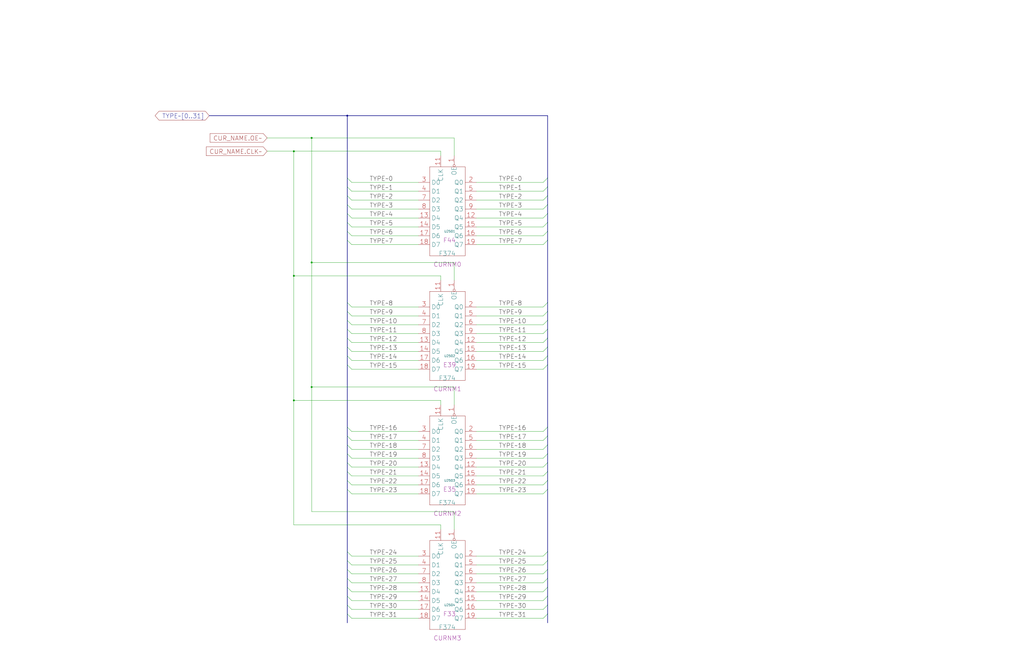
<source format=kicad_sch>
(kicad_sch (version 20250114) (generator "eeschema") (generator_version "9.0")
  (paper "User" 584.2 378.46)
  (title_block (title "CURRENT CONTROL STACK NAME") (date "22-MAY-90") (rev "1.0") (comment 1 "SEQUENCER") (comment 2 "232-003064") (comment 3 "S400") (comment 4 "RELEASED"))
  (lib_symbols
    (symbol "r1000:F374" (pin_names (offset 1.016))
      (property "Reference" "U" (at 2.54 5.08 0))
      (property "Value" "F374" (at -3.81 -7.62 0))
      (property "Location" "___" (at -1.27 0 0))
      (property "Name" "______" (at 1.27 -15.24 0))
      (symbol "F374_1_1"
        (rectangle (start -8.89 41.91) (end 11.43 -8.89))
        (circle (center 5.08 42.545) (radius 0.635))
        (pin input line (at -15.24 33.02 0) (length 6.35) (name "D0") (number "3"))
        (pin input line (at -15.24 27.94 0) (length 6.35) (name "D1") (number "4"))
        (pin input line (at -15.24 22.86 0) (length 6.35) (name "D2") (number "7"))
        (pin input line (at -15.24 17.78 0) (length 6.35) (name "D3") (number "8"))
        (pin input line (at -15.24 12.7 0) (length 6.35) (name "D4") (number "13"))
        (pin input line (at -15.24 7.62 0) (length 6.35) (name "D5") (number "14"))
        (pin input line (at -15.24 2.54 0) (length 6.35) (name "D6") (number "17"))
        (pin input line (at -15.24 -2.54 0) (length 6.35) (name "D7") (number "18"))
        (pin input line (at -2.54 48.26 270) (length 6.35) (name "CLK") (number "11"))
        (pin input line (at 5.08 48.26 270) (length 5.08) (name "OE") (number "1"))
        (pin tri_state line (at 17.78 33.02 180) (length 6.35) (name "Q0") (number "2"))
        (pin tri_state line (at 17.78 27.94 180) (length 6.35) (name "Q1") (number "5"))
        (pin tri_state line (at 17.78 22.86 180) (length 6.35) (name "Q2") (number "6"))
        (pin tri_state line (at 17.78 17.78 180) (length 6.35) (name "Q3") (number "9"))
        (pin tri_state line (at 17.78 12.7 180) (length 6.35) (name "Q4") (number "12"))
        (pin tri_state line (at 17.78 7.62 180) (length 6.35) (name "Q5") (number "15"))
        (pin tri_state line (at 17.78 2.54 180) (length 6.35) (name "Q6") (number "16"))
        (pin tri_state line (at 17.78 -2.54 180) (length 6.35) (name "Q7") (number "19"))
      )
    )
  )
  (junction (at 177.8 78.74))
  (junction (at 177.8 149.86))
  (junction (at 167.64 228.6))
  (junction (at 198.12 66.04))
  (junction (at 167.64 86.36))
  (junction (at 177.8 220.98))
  (junction (at 167.64 157.48))
  (bus_entry (at 312.42 340.36) (size -2.54 2.54))
  (bus_entry (at 198.12 203.2) (size 2.54 2.54))
  (bus_entry (at 198.12 274.32) (size 2.54 2.54))
  (bus_entry (at 312.42 320.04) (size -2.54 2.54))
  (bus_entry (at 312.42 264.16) (size -2.54 2.54))
  (bus_entry (at 312.42 198.12) (size -2.54 2.54))
  (bus_entry (at 312.42 121.92) (size -2.54 2.54))
  (bus_entry (at 198.12 264.16) (size 2.54 2.54))
  (bus_entry (at 198.12 187.96) (size 2.54 2.54))
  (bus_entry (at 312.42 177.8) (size -2.54 2.54))
  (bus_entry (at 312.42 101.6) (size -2.54 2.54))
  (bus_entry (at 198.12 172.72) (size 2.54 2.54))
  (bus_entry (at 312.42 106.68) (size -2.54 2.54))
  (bus_entry (at 198.12 177.8) (size 2.54 2.54))
  (bus_entry (at 312.42 254) (size -2.54 2.54))
  (bus_entry (at 198.12 335.28) (size 2.54 2.54))
  (bus_entry (at 312.42 137.16) (size -2.54 2.54))
  (bus_entry (at 198.12 208.28) (size 2.54 2.54))
  (bus_entry (at 312.42 182.88) (size -2.54 2.54))
  (bus_entry (at 198.12 340.36) (size 2.54 2.54))
  (bus_entry (at 198.12 269.24) (size 2.54 2.54))
  (bus_entry (at 312.42 248.92) (size -2.54 2.54))
  (bus_entry (at 312.42 132.08) (size -2.54 2.54))
  (bus_entry (at 198.12 127) (size 2.54 2.54))
  (bus_entry (at 198.12 182.88) (size 2.54 2.54))
  (bus_entry (at 198.12 325.12) (size 2.54 2.54))
  (bus_entry (at 198.12 350.52) (size 2.54 2.54))
  (bus_entry (at 312.42 193.04) (size -2.54 2.54))
  (bus_entry (at 198.12 132.08) (size 2.54 2.54))
  (bus_entry (at 198.12 243.84) (size 2.54 2.54))
  (bus_entry (at 312.42 243.84) (size -2.54 2.54))
  (bus_entry (at 312.42 172.72) (size -2.54 2.54))
  (bus_entry (at 312.42 279.4) (size -2.54 2.54))
  (bus_entry (at 198.12 279.4) (size 2.54 2.54))
  (bus_entry (at 312.42 187.96) (size -2.54 2.54))
  (bus_entry (at 312.42 350.52) (size -2.54 2.54))
  (bus_entry (at 198.12 254) (size 2.54 2.54))
  (bus_entry (at 312.42 269.24) (size -2.54 2.54))
  (bus_entry (at 312.42 111.76) (size -2.54 2.54))
  (bus_entry (at 198.12 111.76) (size 2.54 2.54))
  (bus_entry (at 198.12 101.6) (size 2.54 2.54))
  (bus_entry (at 312.42 314.96) (size -2.54 2.54))
  (bus_entry (at 198.12 345.44) (size 2.54 2.54))
  (bus_entry (at 198.12 193.04) (size 2.54 2.54))
  (bus_entry (at 312.42 274.32) (size -2.54 2.54))
  (bus_entry (at 312.42 203.2) (size -2.54 2.54))
  (bus_entry (at 198.12 320.04) (size 2.54 2.54))
  (bus_entry (at 198.12 106.68) (size 2.54 2.54))
  (bus_entry (at 312.42 208.28) (size -2.54 2.54))
  (bus_entry (at 198.12 314.96) (size 2.54 2.54))
  (bus_entry (at 312.42 116.84) (size -2.54 2.54))
  (bus_entry (at 198.12 330.2) (size 2.54 2.54))
  (bus_entry (at 312.42 335.28) (size -2.54 2.54))
  (bus_entry (at 312.42 330.2) (size -2.54 2.54))
  (bus_entry (at 198.12 137.16) (size 2.54 2.54))
  (bus_entry (at 198.12 116.84) (size 2.54 2.54))
  (bus_entry (at 198.12 259.08) (size 2.54 2.54))
  (bus_entry (at 312.42 325.12) (size -2.54 2.54))
  (bus_entry (at 198.12 121.92) (size 2.54 2.54))
  (bus_entry (at 312.42 345.44) (size -2.54 2.54))
  (bus_entry (at 312.42 127) (size -2.54 2.54))
  (bus_entry (at 198.12 198.12) (size 2.54 2.54))
  (bus_entry (at 312.42 259.08) (size -2.54 2.54))
  (bus_entry (at 198.12 248.92) (size 2.54 2.54))
  (wire (pts (xy 200.66 139.7) (xy 238.76 139.7)))
  (wire (pts (xy 200.66 332.74) (xy 238.76 332.74)))
  (wire (pts (xy 152.4 86.36) (xy 167.64 86.36)))
  (bus (pts (xy 198.12 340.36) (xy 198.12 345.44)))
  (bus (pts (xy 312.42 325.12) (xy 312.42 330.2)))
  (bus (pts (xy 312.42 121.92) (xy 312.42 127)))
  (wire (pts (xy 167.64 86.36) (xy 167.64 157.48)))
  (wire (pts (xy 200.66 134.62) (xy 238.76 134.62)))
  (bus (pts (xy 312.42 193.04) (xy 312.42 198.12)))
  (bus (pts (xy 198.12 106.68) (xy 198.12 111.76)))
  (bus (pts (xy 312.42 116.84) (xy 312.42 121.92)))
  (bus (pts (xy 198.12 269.24) (xy 198.12 274.32)))
  (bus (pts (xy 312.42 254) (xy 312.42 259.08)))
  (bus (pts (xy 198.12 330.2) (xy 198.12 335.28)))
  (bus (pts (xy 312.42 177.8) (xy 312.42 182.88)))
  (wire (pts (xy 200.66 175.26) (xy 238.76 175.26)))
  (wire (pts (xy 200.66 124.46) (xy 238.76 124.46)))
  (wire (pts (xy 259.08 160.02) (xy 259.08 149.86)))
  (wire (pts (xy 167.64 228.6) (xy 251.46 228.6)))
  (bus (pts (xy 312.42 269.24) (xy 312.42 274.32)))
  (wire (pts (xy 200.66 210.82) (xy 238.76 210.82)))
  (wire (pts (xy 271.78 114.3) (xy 309.88 114.3)))
  (wire (pts (xy 271.78 347.98) (xy 309.88 347.98)))
  (bus (pts (xy 312.42 101.6) (xy 312.42 106.68)))
  (bus (pts (xy 198.12 116.84) (xy 198.12 121.92)))
  (wire (pts (xy 271.78 180.34) (xy 309.88 180.34)))
  (bus (pts (xy 198.12 264.16) (xy 198.12 269.24)))
  (bus (pts (xy 312.42 111.76) (xy 312.42 116.84)))
  (wire (pts (xy 200.66 251.46) (xy 238.76 251.46)))
  (wire (pts (xy 271.78 281.94) (xy 309.88 281.94)))
  (wire (pts (xy 167.64 86.36) (xy 251.46 86.36)))
  (wire (pts (xy 200.66 180.34) (xy 238.76 180.34)))
  (bus (pts (xy 312.42 274.32) (xy 312.42 279.4)))
  (wire (pts (xy 200.66 109.22) (xy 238.76 109.22)))
  (bus (pts (xy 312.42 182.88) (xy 312.42 187.96)))
  (bus (pts (xy 312.42 330.2) (xy 312.42 335.28)))
  (bus (pts (xy 312.42 320.04) (xy 312.42 325.12)))
  (bus (pts (xy 198.12 279.4) (xy 198.12 314.96)))
  (wire (pts (xy 259.08 88.9) (xy 259.08 78.74)))
  (bus (pts (xy 198.12 172.72) (xy 198.12 177.8)))
  (wire (pts (xy 177.8 78.74) (xy 177.8 149.86)))
  (wire (pts (xy 271.78 337.82) (xy 309.88 337.82)))
  (wire (pts (xy 259.08 292.1) (xy 177.8 292.1)))
  (bus (pts (xy 312.42 137.16) (xy 312.42 172.72)))
  (bus (pts (xy 198.12 274.32) (xy 198.12 279.4)))
  (wire (pts (xy 167.64 157.48) (xy 167.64 228.6)))
  (wire (pts (xy 251.46 302.26) (xy 251.46 299.72)))
  (wire (pts (xy 200.66 266.7) (xy 238.76 266.7)))
  (wire (pts (xy 177.8 149.86) (xy 177.8 220.98)))
  (bus (pts (xy 198.12 132.08) (xy 198.12 137.16)))
  (wire (pts (xy 271.78 104.14) (xy 309.88 104.14)))
  (bus (pts (xy 312.42 198.12) (xy 312.42 203.2)))
  (wire (pts (xy 271.78 251.46) (xy 309.88 251.46)))
  (wire (pts (xy 271.78 185.42) (xy 309.88 185.42)))
  (bus (pts (xy 312.42 314.96) (xy 312.42 320.04)))
  (bus (pts (xy 198.12 208.28) (xy 198.12 243.84)))
  (wire (pts (xy 200.66 261.62) (xy 238.76 261.62)))
  (bus (pts (xy 198.12 121.92) (xy 198.12 127)))
  (bus (pts (xy 312.42 132.08) (xy 312.42 137.16)))
  (wire (pts (xy 271.78 119.38) (xy 309.88 119.38)))
  (bus (pts (xy 312.42 350.52) (xy 312.42 355.6)))
  (wire (pts (xy 200.66 205.74) (xy 238.76 205.74)))
  (wire (pts (xy 271.78 129.54) (xy 309.88 129.54)))
  (bus (pts (xy 312.42 66.04) (xy 198.12 66.04)))
  (wire (pts (xy 271.78 175.26) (xy 309.88 175.26)))
  (bus (pts (xy 198.12 254) (xy 198.12 259.08)))
  (wire (pts (xy 271.78 139.7) (xy 309.88 139.7)))
  (wire (pts (xy 271.78 210.82) (xy 309.88 210.82)))
  (wire (pts (xy 167.64 157.48) (xy 251.46 157.48)))
  (bus (pts (xy 198.12 325.12) (xy 198.12 330.2)))
  (bus (pts (xy 312.42 340.36) (xy 312.42 345.44)))
  (wire (pts (xy 271.78 195.58) (xy 309.88 195.58)))
  (wire (pts (xy 259.08 220.98) (xy 177.8 220.98)))
  (wire (pts (xy 200.66 104.14) (xy 238.76 104.14)))
  (bus (pts (xy 198.12 182.88) (xy 198.12 187.96)))
  (wire (pts (xy 271.78 353.06) (xy 309.88 353.06)))
  (bus (pts (xy 312.42 345.44) (xy 312.42 350.52)))
  (bus (pts (xy 312.42 243.84) (xy 312.42 248.92)))
  (bus (pts (xy 198.12 248.92) (xy 198.12 254)))
  (bus (pts (xy 312.42 187.96) (xy 312.42 193.04)))
  (wire (pts (xy 271.78 109.22) (xy 309.88 109.22)))
  (wire (pts (xy 200.66 129.54) (xy 238.76 129.54)))
  (bus (pts (xy 198.12 203.2) (xy 198.12 208.28)))
  (bus (pts (xy 312.42 279.4) (xy 312.42 314.96)))
  (wire (pts (xy 251.46 160.02) (xy 251.46 157.48)))
  (wire (pts (xy 271.78 276.86) (xy 309.88 276.86)))
  (wire (pts (xy 200.66 327.66) (xy 238.76 327.66)))
  (bus (pts (xy 312.42 106.68) (xy 312.42 111.76)))
  (wire (pts (xy 271.78 134.62) (xy 309.88 134.62)))
  (wire (pts (xy 271.78 200.66) (xy 309.88 200.66)))
  (wire (pts (xy 200.66 190.5) (xy 238.76 190.5)))
  (bus (pts (xy 312.42 127) (xy 312.42 132.08)))
  (bus (pts (xy 312.42 172.72) (xy 312.42 177.8)))
  (wire (pts (xy 200.66 342.9) (xy 238.76 342.9)))
  (bus (pts (xy 198.12 243.84) (xy 198.12 248.92)))
  (wire (pts (xy 167.64 299.72) (xy 251.46 299.72)))
  (bus (pts (xy 198.12 101.6) (xy 198.12 106.68)))
  (wire (pts (xy 200.66 271.78) (xy 238.76 271.78)))
  (wire (pts (xy 200.66 276.86) (xy 238.76 276.86)))
  (bus (pts (xy 198.12 177.8) (xy 198.12 182.88)))
  (bus (pts (xy 198.12 320.04) (xy 198.12 325.12)))
  (wire (pts (xy 271.78 246.38) (xy 309.88 246.38)))
  (bus (pts (xy 312.42 335.28) (xy 312.42 340.36)))
  (wire (pts (xy 152.4 78.74) (xy 177.8 78.74)))
  (bus (pts (xy 312.42 259.08) (xy 312.42 264.16)))
  (wire (pts (xy 177.8 220.98) (xy 177.8 292.1)))
  (bus (pts (xy 198.12 350.52) (xy 198.12 355.6)))
  (bus (pts (xy 312.42 66.04) (xy 312.42 101.6)))
  (wire (pts (xy 200.66 322.58) (xy 238.76 322.58)))
  (bus (pts (xy 312.42 248.92) (xy 312.42 254)))
  (bus (pts (xy 198.12 187.96) (xy 198.12 193.04)))
  (wire (pts (xy 251.46 231.14) (xy 251.46 228.6)))
  (wire (pts (xy 271.78 327.66) (xy 309.88 327.66)))
  (bus (pts (xy 198.12 111.76) (xy 198.12 116.84)))
  (wire (pts (xy 259.08 149.86) (xy 177.8 149.86)))
  (wire (pts (xy 259.08 78.74) (xy 177.8 78.74)))
  (wire (pts (xy 200.66 256.54) (xy 238.76 256.54)))
  (wire (pts (xy 167.64 228.6) (xy 167.64 299.72)))
  (wire (pts (xy 271.78 317.5) (xy 309.88 317.5)))
  (wire (pts (xy 271.78 261.62) (xy 309.88 261.62)))
  (wire (pts (xy 271.78 332.74) (xy 309.88 332.74)))
  (wire (pts (xy 259.08 231.14) (xy 259.08 220.98)))
  (wire (pts (xy 200.66 195.58) (xy 238.76 195.58)))
  (wire (pts (xy 200.66 347.98) (xy 238.76 347.98)))
  (wire (pts (xy 259.08 302.26) (xy 259.08 292.1)))
  (wire (pts (xy 200.66 353.06) (xy 238.76 353.06)))
  (wire (pts (xy 271.78 271.78) (xy 309.88 271.78)))
  (bus (pts (xy 198.12 137.16) (xy 198.12 172.72)))
  (wire (pts (xy 200.66 119.38) (xy 238.76 119.38)))
  (bus (pts (xy 198.12 127) (xy 198.12 132.08)))
  (bus (pts (xy 198.12 314.96) (xy 198.12 320.04)))
  (wire (pts (xy 271.78 124.46) (xy 309.88 124.46)))
  (wire (pts (xy 200.66 114.3) (xy 238.76 114.3)))
  (wire (pts (xy 271.78 205.74) (xy 309.88 205.74)))
  (bus (pts (xy 198.12 259.08) (xy 198.12 264.16)))
  (wire (pts (xy 200.66 281.94) (xy 238.76 281.94)))
  (wire (pts (xy 200.66 317.5) (xy 238.76 317.5)))
  (wire (pts (xy 271.78 342.9) (xy 309.88 342.9)))
  (bus (pts (xy 198.12 66.04) (xy 198.12 101.6)))
  (bus (pts (xy 198.12 335.28) (xy 198.12 340.36)))
  (wire (pts (xy 271.78 322.58) (xy 309.88 322.58)))
  (bus (pts (xy 198.12 198.12) (xy 198.12 203.2)))
  (wire (pts (xy 271.78 190.5) (xy 309.88 190.5)))
  (wire (pts (xy 271.78 266.7) (xy 309.88 266.7)))
  (bus (pts (xy 312.42 203.2) (xy 312.42 208.28)))
  (wire (pts (xy 200.66 246.38) (xy 238.76 246.38)))
  (wire (pts (xy 200.66 337.82) (xy 238.76 337.82)))
  (bus (pts (xy 119.38 66.04) (xy 198.12 66.04)))
  (bus (pts (xy 198.12 193.04) (xy 198.12 198.12)))
  (bus (pts (xy 198.12 345.44) (xy 198.12 350.52)))
  (wire (pts (xy 200.66 185.42) (xy 238.76 185.42)))
  (wire (pts (xy 271.78 256.54) (xy 309.88 256.54)))
  (bus (pts (xy 312.42 264.16) (xy 312.42 269.24)))
  (bus (pts (xy 312.42 208.28) (xy 312.42 243.84)))
  (wire (pts (xy 251.46 88.9) (xy 251.46 86.36)))
  (wire (pts (xy 200.66 200.66) (xy 238.76 200.66)))
  (label "TYPE~22" (at 284.48 276.86 0) (effects (font (size 2.54 2.54))))
  (label "TYPE~30" (at 210.82 347.98 0) (effects (font (size 2.54 2.54))))
  (label "TYPE~19" (at 284.48 261.62 0) (effects (font (size 2.54 2.54))))
  (label "TYPE~29" (at 284.48 342.9 0) (effects (font (size 2.54 2.54))))
  (label "TYPE~26" (at 210.82 327.66 0) (effects (font (size 2.54 2.54))))
  (label "TYPE~7" (at 210.82 139.7 0) (effects (font (size 2.54 2.54))))
  (label "TYPE~29" (at 210.82 342.9 0) (effects (font (size 2.54 2.54))))
  (label "TYPE~20" (at 210.82 266.7 0) (effects (font (size 2.54 2.54))))
  (label "TYPE~27" (at 284.48 332.74 0) (effects (font (size 2.54 2.54))))
  (label "TYPE~0" (at 284.48 104.14 0) (effects (font (size 2.54 2.54))))
  (label "TYPE~21" (at 210.82 271.78 0) (effects (font (size 2.54 2.54))))
  (label "TYPE~24" (at 210.82 317.5 0) (effects (font (size 2.54 2.54))))
  (label "TYPE~26" (at 284.48 327.66 0) (effects (font (size 2.54 2.54))))
  (label "TYPE~2" (at 210.82 114.3 0) (effects (font (size 2.54 2.54))))
  (label "TYPE~1" (at 210.82 109.22 0) (effects (font (size 2.54 2.54))))
  (label "TYPE~14" (at 284.48 205.74 0) (effects (font (size 2.54 2.54))))
  (label "TYPE~11" (at 284.48 190.5 0) (effects (font (size 2.54 2.54))))
  (label "TYPE~25" (at 210.82 322.58 0) (effects (font (size 2.54 2.54))))
  (label "TYPE~25" (at 284.48 322.58 0) (effects (font (size 2.54 2.54))))
  (label "TYPE~16" (at 210.82 246.38 0) (effects (font (size 2.54 2.54))))
  (label "TYPE~27" (at 210.82 332.74 0) (effects (font (size 2.54 2.54))))
  (label "TYPE~15" (at 284.48 210.82 0) (effects (font (size 2.54 2.54))))
  (label "TYPE~23" (at 210.82 281.94 0) (effects (font (size 2.54 2.54))))
  (label "TYPE~6" (at 210.82 134.62 0) (effects (font (size 2.54 2.54))))
  (label "TYPE~28" (at 284.48 337.82 0) (effects (font (size 2.54 2.54))))
  (label "TYPE~24" (at 284.48 317.5 0) (effects (font (size 2.54 2.54))))
  (label "TYPE~28" (at 210.82 337.82 0) (effects (font (size 2.54 2.54))))
  (label "TYPE~8" (at 284.48 175.26 0) (effects (font (size 2.54 2.54))))
  (label "TYPE~19" (at 210.82 261.62 0) (effects (font (size 2.54 2.54))))
  (label "TYPE~21" (at 284.48 271.78 0) (effects (font (size 2.54 2.54))))
  (label "TYPE~31" (at 210.82 353.06 0) (effects (font (size 2.54 2.54))))
  (label "TYPE~14" (at 210.82 205.74 0) (effects (font (size 2.54 2.54))))
  (label "TYPE~1" (at 284.48 109.22 0) (effects (font (size 2.54 2.54))))
  (label "TYPE~9" (at 284.48 180.34 0) (effects (font (size 2.54 2.54))))
  (label "TYPE~4" (at 284.48 124.46 0) (effects (font (size 2.54 2.54))))
  (label "TYPE~18" (at 284.48 256.54 0) (effects (font (size 2.54 2.54))))
  (label "TYPE~12" (at 284.48 195.58 0) (effects (font (size 2.54 2.54))))
  (label "TYPE~10" (at 210.82 185.42 0) (effects (font (size 2.54 2.54))))
  (label "TYPE~17" (at 210.82 251.46 0) (effects (font (size 2.54 2.54))))
  (label "TYPE~5" (at 210.82 129.54 0) (effects (font (size 2.54 2.54))))
  (label "TYPE~9" (at 210.82 180.34 0) (effects (font (size 2.54 2.54))))
  (label "TYPE~7" (at 284.48 139.7 0) (effects (font (size 2.54 2.54))))
  (label "TYPE~15" (at 210.82 210.82 0) (effects (font (size 2.54 2.54))))
  (label "TYPE~4" (at 210.82 124.46 0) (effects (font (size 2.54 2.54))))
  (label "TYPE~16" (at 284.48 246.38 0) (effects (font (size 2.54 2.54))))
  (label "TYPE~10" (at 284.48 185.42 0) (effects (font (size 2.54 2.54))))
  (label "TYPE~6" (at 284.48 134.62 0) (effects (font (size 2.54 2.54))))
  (label "TYPE~31" (at 284.48 353.06 0) (effects (font (size 2.54 2.54))))
  (label "TYPE~13" (at 284.48 200.66 0) (effects (font (size 2.54 2.54))))
  (label "TYPE~17" (at 284.48 251.46 0) (effects (font (size 2.54 2.54))))
  (label "TYPE~18" (at 210.82 256.54 0) (effects (font (size 2.54 2.54))))
  (label "TYPE~3" (at 210.82 119.38 0) (effects (font (size 2.54 2.54))))
  (label "TYPE~8" (at 210.82 175.26 0) (effects (font (size 2.54 2.54))))
  (label "TYPE~20" (at 284.48 266.7 0) (effects (font (size 2.54 2.54))))
  (label "TYPE~0" (at 210.82 104.14 0) (effects (font (size 2.54 2.54))))
  (label "TYPE~12" (at 210.82 195.58 0) (effects (font (size 2.54 2.54))))
  (label "TYPE~30" (at 284.48 347.98 0) (effects (font (size 2.54 2.54))))
  (label "TYPE~2" (at 284.48 114.3 0) (effects (font (size 2.54 2.54))))
  (label "TYPE~11" (at 210.82 190.5 0) (effects (font (size 2.54 2.54))))
  (label "TYPE~3" (at 284.48 119.38 0) (effects (font (size 2.54 2.54))))
  (label "TYPE~13" (at 210.82 200.66 0) (effects (font (size 2.54 2.54))))
  (label "TYPE~5" (at 284.48 129.54 0) (effects (font (size 2.54 2.54))))
  (label "TYPE~22" (at 210.82 276.86 0) (effects (font (size 2.54 2.54))))
  (label "TYPE~23" (at 284.48 281.94 0) (effects (font (size 2.54 2.54))))
  (global_label "CUR_NAME.OE~" (shape input) (at 152.4 78.74 180) (effects (font (size 2.54 2.54))) (property "Intersheetrefs" "${INTERSHEET_REFS}" (at 119.8759 78.5813 0) (effects (font (size 1.905 1.905)) (justify right))))
  (global_label "TYPE~[0..31]" (shape bidirectional) (at 119.38 66.04 180) (effects (font (size 2.54 2.54))) (property "Intersheetrefs" "${INTERSHEET_REFS}" (at 90.7264 65.8813 0) (effects (font (size 1.905 1.905)) (justify right))))
  (global_label "CUR_NAME.CLK~" (shape input) (at 152.4 86.36 180) (effects (font (size 2.54 2.54))) (property "Intersheetrefs" "${INTERSHEET_REFS}" (at 117.6988 86.2013 0) (effects (font (size 1.905 1.905)) (justify right))))
  (symbol (lib_id "r1000:F374") (at 254 208.28 0) (unit 1)
    (property "Reference" "U2502" (at 256.54 203.2 0))
    (property "Value" "F374" (at 250.19 215.9 0) (effects (font (size 2.54 2.54)) (justify left)))
    (property "Location" "E39" (at 252.73 208.28 0) (effects (font (size 2.54 2.54)) (justify left)))
    (property "Name" "CURNM1" (at 255.27 223.52 0) (effects (font (size 2.54 2.54)) (justify bottom)))
  )
  (symbol (lib_id "r1000:F374") (at 254 279.4 0) (unit 1)
    (property "Reference" "U2503" (at 256.54 274.32 0))
    (property "Value" "F374" (at 250.19 287.02 0) (effects (font (size 2.54 2.54)) (justify left)))
    (property "Location" "E35" (at 252.73 279.4 0) (effects (font (size 2.54 2.54)) (justify left)))
    (property "Name" "CURNM2" (at 255.27 294.64 0) (effects (font (size 2.54 2.54)) (justify bottom)))
  )
  (symbol (lib_id "r1000:F374") (at 254 137.16 0) (unit 1)
    (property "Reference" "U2501" (at 256.54 132.08 0))
    (property "Value" "F374" (at 250.19 144.78 0) (effects (font (size 2.54 2.54)) (justify left)))
    (property "Location" "F44" (at 252.73 137.16 0) (effects (font (size 2.54 2.54)) (justify left)))
    (property "Name" "CURNM0" (at 255.27 152.4 0) (effects (font (size 2.54 2.54)) (justify bottom)))
  )
  (symbol (lib_id "r1000:F374") (at 254 350.52 0) (unit 1)
    (property "Reference" "U2504" (at 256.54 345.44 0))
    (property "Value" "F374" (at 250.19 358.14 0) (effects (font (size 2.54 2.54)) (justify left)))
    (property "Location" "F33" (at 252.73 350.52 0) (effects (font (size 2.54 2.54)) (justify left)))
    (property "Name" "CURNM3" (at 255.27 365.76 0) (effects (font (size 2.54 2.54)) (justify bottom)))
  )
)
</source>
